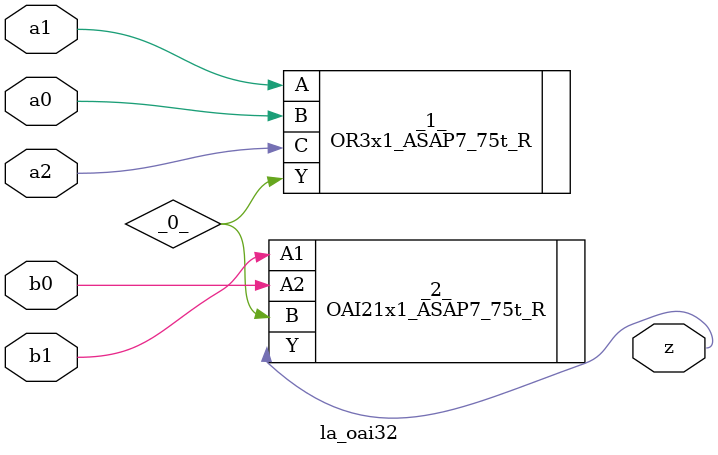
<source format=v>

/* Generated by Yosys 0.40 (git sha1 a1bb0255d, g++ 11.4.0-1ubuntu1~22.04 -fPIC -Os) */

module la_oai32(a0, a1, a2, b0, b1, z);
  wire _0_;
  input a0;
  wire a0;
  input a1;
  wire a1;
  input a2;
  wire a2;
  input b0;
  wire b0;
  input b1;
  wire b1;
  output z;
  wire z;
  OR3x1_ASAP7_75t_R _1_ (
    .A(a1),
    .B(a0),
    .C(a2),
    .Y(_0_)
  );
  OAI21x1_ASAP7_75t_R _2_ (
    .A1(b1),
    .A2(b0),
    .B(_0_),
    .Y(z)
  );
endmodule

</source>
